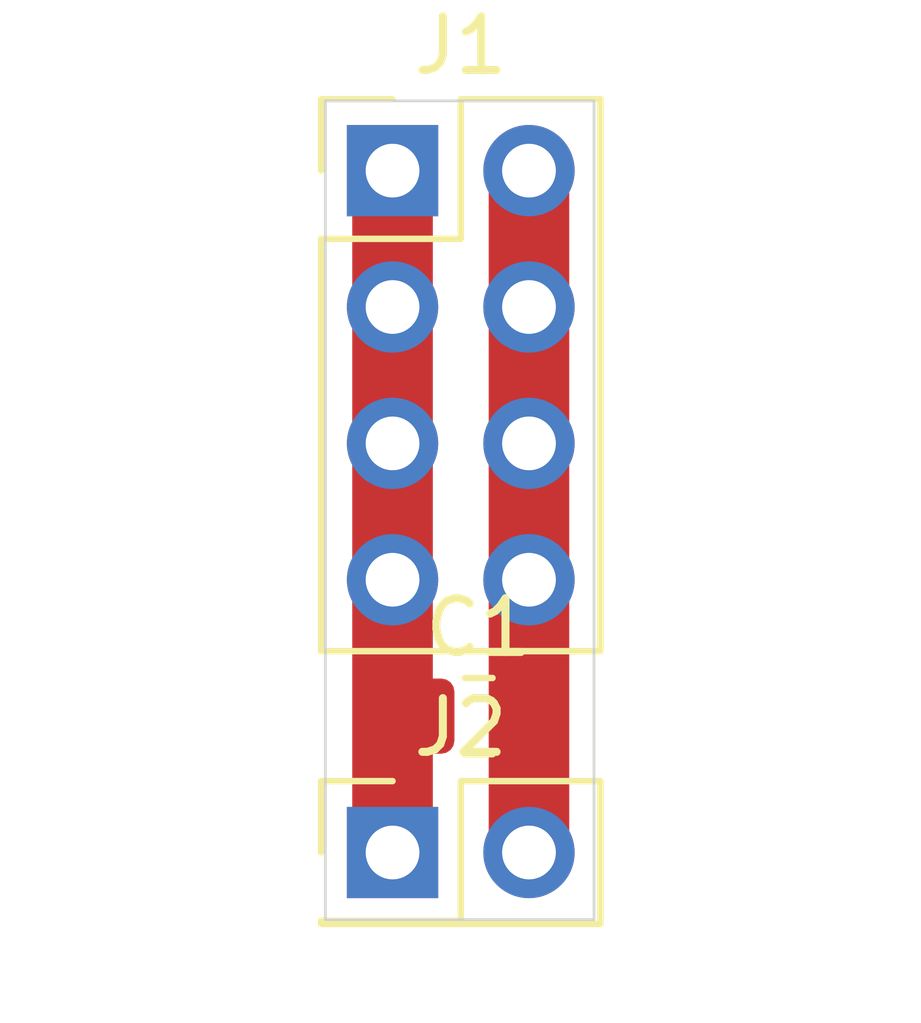
<source format=kicad_pcb>
(kicad_pcb (version 20171130) (host pcbnew "(5.1.2)-1")

  (general
    (thickness 1.6)
    (drawings 4)
    (tracks 2)
    (zones 0)
    (modules 3)
    (nets 3)
  )

  (page A4)
  (layers
    (0 F.Cu signal)
    (31 B.Cu signal)
    (32 B.Adhes user)
    (33 F.Adhes user)
    (34 B.Paste user)
    (35 F.Paste user)
    (36 B.SilkS user)
    (37 F.SilkS user)
    (38 B.Mask user)
    (39 F.Mask user)
    (40 Dwgs.User user)
    (41 Cmts.User user)
    (42 Eco1.User user)
    (43 Eco2.User user)
    (44 Edge.Cuts user)
    (45 Margin user)
    (46 B.CrtYd user hide)
    (47 F.CrtYd user hide)
    (48 B.Fab user)
    (49 F.Fab user)
  )

  (setup
    (last_trace_width 1.5)
    (user_trace_width 1.5)
    (trace_clearance 0.2)
    (zone_clearance 0.508)
    (zone_45_only no)
    (trace_min 0.2)
    (via_size 0.8)
    (via_drill 0.4)
    (via_min_size 0.4)
    (via_min_drill 0.3)
    (uvia_size 0.3)
    (uvia_drill 0.1)
    (uvias_allowed no)
    (uvia_min_size 0.2)
    (uvia_min_drill 0.1)
    (edge_width 0.05)
    (segment_width 0.2)
    (pcb_text_width 0.3)
    (pcb_text_size 1.5 1.5)
    (mod_edge_width 0.12)
    (mod_text_size 1 1)
    (mod_text_width 0.15)
    (pad_size 1.524 1.524)
    (pad_drill 0.762)
    (pad_to_mask_clearance 0.051)
    (solder_mask_min_width 0.25)
    (aux_axis_origin 130.75 49.5)
    (visible_elements FFFFFF7F)
    (pcbplotparams
      (layerselection 0x010c0_ffffffff)
      (usegerberextensions true)
      (usegerberattributes false)
      (usegerberadvancedattributes false)
      (creategerberjobfile false)
      (excludeedgelayer true)
      (linewidth 0.100000)
      (plotframeref false)
      (viasonmask false)
      (mode 1)
      (useauxorigin true)
      (hpglpennumber 1)
      (hpglpenspeed 20)
      (hpglpendiameter 15.000000)
      (psnegative false)
      (psa4output false)
      (plotreference false)
      (plotvalue false)
      (plotinvisibletext false)
      (padsonsilk false)
      (subtractmaskfromsilk true)
      (outputformat 1)
      (mirror false)
      (drillshape 0)
      (scaleselection 1)
      (outputdirectory "gerbers/"))
  )

  (net 0 "")
  (net 1 "Net-(C1-Pad2)")
  (net 2 "Net-(C1-Pad1)")

  (net_class Default "This is the default net class."
    (clearance 0.2)
    (trace_width 0.25)
    (via_dia 0.8)
    (via_drill 0.4)
    (uvia_dia 0.3)
    (uvia_drill 0.1)
    (add_net "Net-(C1-Pad1)")
    (add_net "Net-(C1-Pad2)")
  )

  (module Connector_PinHeader_2.54mm:PinHeader_2x01_P2.54mm_Vertical (layer F.Cu) (tedit 59FED5CC) (tstamp 5DD51FDC)
    (at 127 63.5)
    (descr "Through hole straight pin header, 2x01, 2.54mm pitch, double rows")
    (tags "Through hole pin header THT 2x01 2.54mm double row")
    (path /5DD49B46)
    (fp_text reference J2 (at 1.27 -2.33) (layer F.SilkS)
      (effects (font (size 1 1) (thickness 0.15)))
    )
    (fp_text value Conn_01x02 (at 1.27 2.33) (layer F.Fab)
      (effects (font (size 1 1) (thickness 0.15)))
    )
    (fp_text user %R (at 1.27 0 90) (layer F.Fab)
      (effects (font (size 1 1) (thickness 0.15)))
    )
    (fp_line (start 4.35 -1.8) (end -1.8 -1.8) (layer F.CrtYd) (width 0.05))
    (fp_line (start 4.35 1.8) (end 4.35 -1.8) (layer F.CrtYd) (width 0.05))
    (fp_line (start -1.8 1.8) (end 4.35 1.8) (layer F.CrtYd) (width 0.05))
    (fp_line (start -1.8 -1.8) (end -1.8 1.8) (layer F.CrtYd) (width 0.05))
    (fp_line (start -1.33 -1.33) (end 0 -1.33) (layer F.SilkS) (width 0.12))
    (fp_line (start -1.33 0) (end -1.33 -1.33) (layer F.SilkS) (width 0.12))
    (fp_line (start 1.27 -1.33) (end 3.87 -1.33) (layer F.SilkS) (width 0.12))
    (fp_line (start 1.27 1.27) (end 1.27 -1.33) (layer F.SilkS) (width 0.12))
    (fp_line (start -1.33 1.27) (end 1.27 1.27) (layer F.SilkS) (width 0.12))
    (fp_line (start 3.87 -1.33) (end 3.87 1.33) (layer F.SilkS) (width 0.12))
    (fp_line (start -1.33 1.27) (end -1.33 1.33) (layer F.SilkS) (width 0.12))
    (fp_line (start -1.33 1.33) (end 3.87 1.33) (layer F.SilkS) (width 0.12))
    (fp_line (start -1.27 0) (end 0 -1.27) (layer F.Fab) (width 0.1))
    (fp_line (start -1.27 1.27) (end -1.27 0) (layer F.Fab) (width 0.1))
    (fp_line (start 3.81 1.27) (end -1.27 1.27) (layer F.Fab) (width 0.1))
    (fp_line (start 3.81 -1.27) (end 3.81 1.27) (layer F.Fab) (width 0.1))
    (fp_line (start 0 -1.27) (end 3.81 -1.27) (layer F.Fab) (width 0.1))
    (pad 2 thru_hole oval (at 2.54 0) (size 1.7 1.7) (drill 1) (layers *.Cu *.Mask)
      (net 1 "Net-(C1-Pad2)"))
    (pad 1 thru_hole rect (at 0 0) (size 1.7 1.7) (drill 1) (layers *.Cu *.Mask)
      (net 2 "Net-(C1-Pad1)"))
    (model ${KISYS3DMOD}/Connector_PinHeader_2.54mm.3dshapes/PinHeader_2x01_P2.54mm_Vertical.wrl
      (at (xyz 0 0 0))
      (scale (xyz 1 1 1))
      (rotate (xyz 0 0 0))
    )
  )

  (module Connector_PinHeader_2.54mm:PinHeader_2x04_P2.54mm_Vertical (layer F.Cu) (tedit 59FED5CC) (tstamp 5DD51FC4)
    (at 127 50.8)
    (descr "Through hole straight pin header, 2x04, 2.54mm pitch, double rows")
    (tags "Through hole pin header THT 2x04 2.54mm double row")
    (path /5DD4ACEC)
    (fp_text reference J1 (at 1.27 -2.33) (layer F.SilkS)
      (effects (font (size 1 1) (thickness 0.15)))
    )
    (fp_text value Conn_02x04_Odd_Even (at 1.27 9.95) (layer F.Fab)
      (effects (font (size 1 1) (thickness 0.15)))
    )
    (fp_text user %R (at 1.27 3.81 90) (layer F.Fab)
      (effects (font (size 1 1) (thickness 0.15)))
    )
    (fp_line (start 4.35 -1.8) (end -1.8 -1.8) (layer F.CrtYd) (width 0.05))
    (fp_line (start 4.35 9.4) (end 4.35 -1.8) (layer F.CrtYd) (width 0.05))
    (fp_line (start -1.8 9.4) (end 4.35 9.4) (layer F.CrtYd) (width 0.05))
    (fp_line (start -1.8 -1.8) (end -1.8 9.4) (layer F.CrtYd) (width 0.05))
    (fp_line (start -1.33 -1.33) (end 0 -1.33) (layer F.SilkS) (width 0.12))
    (fp_line (start -1.33 0) (end -1.33 -1.33) (layer F.SilkS) (width 0.12))
    (fp_line (start 1.27 -1.33) (end 3.87 -1.33) (layer F.SilkS) (width 0.12))
    (fp_line (start 1.27 1.27) (end 1.27 -1.33) (layer F.SilkS) (width 0.12))
    (fp_line (start -1.33 1.27) (end 1.27 1.27) (layer F.SilkS) (width 0.12))
    (fp_line (start 3.87 -1.33) (end 3.87 8.95) (layer F.SilkS) (width 0.12))
    (fp_line (start -1.33 1.27) (end -1.33 8.95) (layer F.SilkS) (width 0.12))
    (fp_line (start -1.33 8.95) (end 3.87 8.95) (layer F.SilkS) (width 0.12))
    (fp_line (start -1.27 0) (end 0 -1.27) (layer F.Fab) (width 0.1))
    (fp_line (start -1.27 8.89) (end -1.27 0) (layer F.Fab) (width 0.1))
    (fp_line (start 3.81 8.89) (end -1.27 8.89) (layer F.Fab) (width 0.1))
    (fp_line (start 3.81 -1.27) (end 3.81 8.89) (layer F.Fab) (width 0.1))
    (fp_line (start 0 -1.27) (end 3.81 -1.27) (layer F.Fab) (width 0.1))
    (pad 8 thru_hole oval (at 2.54 7.62) (size 1.7 1.7) (drill 1) (layers *.Cu *.Mask)
      (net 1 "Net-(C1-Pad2)"))
    (pad 7 thru_hole oval (at 0 7.62) (size 1.7 1.7) (drill 1) (layers *.Cu *.Mask)
      (net 2 "Net-(C1-Pad1)"))
    (pad 6 thru_hole oval (at 2.54 5.08) (size 1.7 1.7) (drill 1) (layers *.Cu *.Mask)
      (net 1 "Net-(C1-Pad2)"))
    (pad 5 thru_hole oval (at 0 5.08) (size 1.7 1.7) (drill 1) (layers *.Cu *.Mask)
      (net 2 "Net-(C1-Pad1)"))
    (pad 4 thru_hole oval (at 2.54 2.54) (size 1.7 1.7) (drill 1) (layers *.Cu *.Mask)
      (net 1 "Net-(C1-Pad2)"))
    (pad 3 thru_hole oval (at 0 2.54) (size 1.7 1.7) (drill 1) (layers *.Cu *.Mask)
      (net 2 "Net-(C1-Pad1)"))
    (pad 2 thru_hole oval (at 2.54 0) (size 1.7 1.7) (drill 1) (layers *.Cu *.Mask)
      (net 1 "Net-(C1-Pad2)"))
    (pad 1 thru_hole rect (at 0 0) (size 1.7 1.7) (drill 1) (layers *.Cu *.Mask)
      (net 2 "Net-(C1-Pad1)"))
    (model ${KISYS3DMOD}/Connector_PinHeader_2.54mm.3dshapes/PinHeader_2x04_P2.54mm_Vertical.wrl
      (at (xyz 0 0 0))
      (scale (xyz 1 1 1))
      (rotate (xyz 0 0 0))
    )
  )

  (module Capacitor_SMD:C_0805_2012Metric (layer F.Cu) (tedit 5B36C52B) (tstamp 5DD51FA6)
    (at 128.6025 60.96)
    (descr "Capacitor SMD 0805 (2012 Metric), square (rectangular) end terminal, IPC_7351 nominal, (Body size source: https://docs.google.com/spreadsheets/d/1BsfQQcO9C6DZCsRaXUlFlo91Tg2WpOkGARC1WS5S8t0/edit?usp=sharing), generated with kicad-footprint-generator")
    (tags capacitor)
    (path /5DD4B233)
    (attr smd)
    (fp_text reference C1 (at 0 -1.65) (layer F.SilkS)
      (effects (font (size 1 1) (thickness 0.15)))
    )
    (fp_text value C_Small (at 0 1.65) (layer F.Fab)
      (effects (font (size 1 1) (thickness 0.15)))
    )
    (fp_text user %R (at 0 0) (layer F.Fab)
      (effects (font (size 0.5 0.5) (thickness 0.08)))
    )
    (fp_line (start 1.68 0.95) (end -1.68 0.95) (layer F.CrtYd) (width 0.05))
    (fp_line (start 1.68 -0.95) (end 1.68 0.95) (layer F.CrtYd) (width 0.05))
    (fp_line (start -1.68 -0.95) (end 1.68 -0.95) (layer F.CrtYd) (width 0.05))
    (fp_line (start -1.68 0.95) (end -1.68 -0.95) (layer F.CrtYd) (width 0.05))
    (fp_line (start -0.258578 0.71) (end 0.258578 0.71) (layer F.SilkS) (width 0.12))
    (fp_line (start -0.258578 -0.71) (end 0.258578 -0.71) (layer F.SilkS) (width 0.12))
    (fp_line (start 1 0.6) (end -1 0.6) (layer F.Fab) (width 0.1))
    (fp_line (start 1 -0.6) (end 1 0.6) (layer F.Fab) (width 0.1))
    (fp_line (start -1 -0.6) (end 1 -0.6) (layer F.Fab) (width 0.1))
    (fp_line (start -1 0.6) (end -1 -0.6) (layer F.Fab) (width 0.1))
    (pad 2 smd roundrect (at 0.9375 0) (size 0.975 1.4) (layers F.Cu F.Paste F.Mask) (roundrect_rratio 0.25)
      (net 1 "Net-(C1-Pad2)"))
    (pad 1 smd roundrect (at -0.9375 0) (size 0.975 1.4) (layers F.Cu F.Paste F.Mask) (roundrect_rratio 0.25)
      (net 2 "Net-(C1-Pad1)"))
    (model ${KISYS3DMOD}/Capacitor_SMD.3dshapes/C_0805_2012Metric.wrl
      (at (xyz 0 0 0))
      (scale (xyz 1 1 1))
      (rotate (xyz 0 0 0))
    )
  )

  (gr_line (start 130.75 49.5) (end 130.75 64.75) (layer Edge.Cuts) (width 0.05) (tstamp 5DD52117))
  (gr_line (start 125.75 49.5) (end 130.75 49.5) (layer Edge.Cuts) (width 0.05))
  (gr_line (start 125.75 64.75) (end 125.75 49.5) (layer Edge.Cuts) (width 0.05))
  (gr_line (start 130.75 64.75) (end 125.75 64.75) (layer Edge.Cuts) (width 0.05))

  (segment (start 129.54 63.5) (end 129.54 50.8) (width 1.5) (layer F.Cu) (net 1))
  (segment (start 127 50.8) (end 127 63.5) (width 1.5) (layer F.Cu) (net 2))

)

</source>
